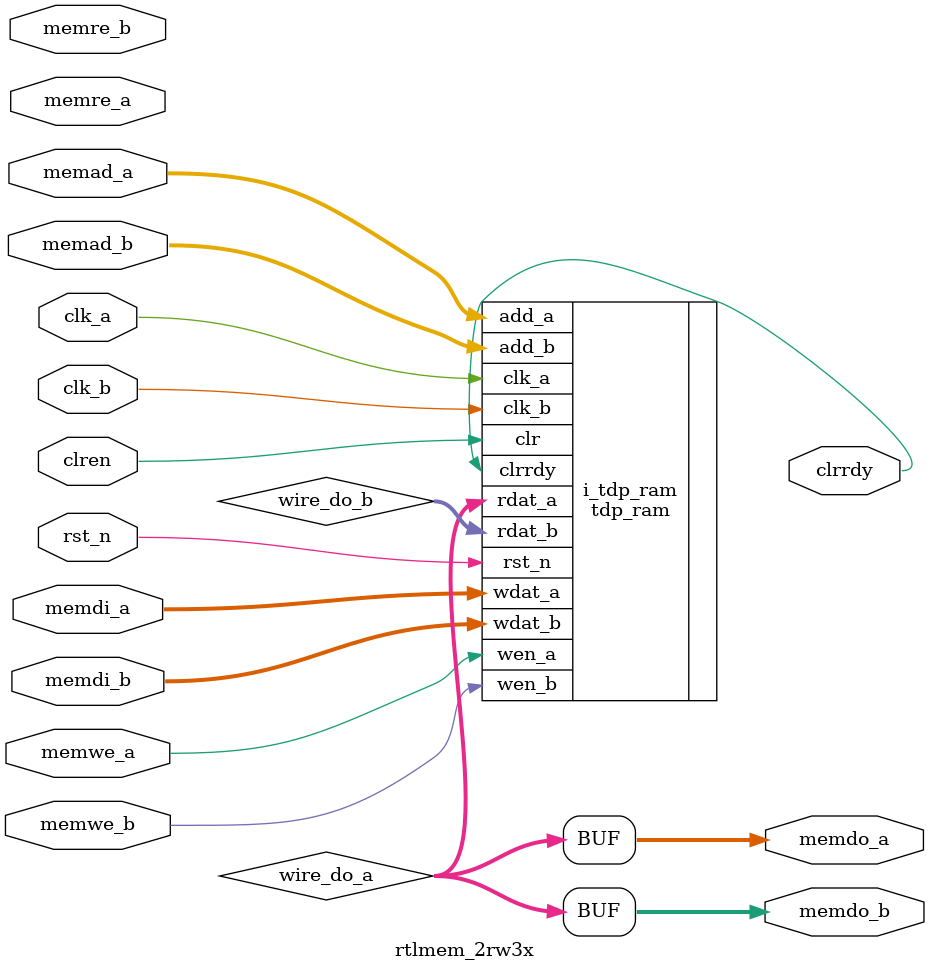
<source format=v>

module rtlmem_2rw3x
    (
     clk_a,
     rst_n,

     // Clear content RAM
     clren,
     clrrdy,

     // Memory port A interface
     memad_a,
     memwe_a,
     memdi_a,
     memre_a,
     memdo_a,

     // Memory port B interface
     clk_b,
     memad_b,
     memwe_b,
     memdi_b,
     memre_b,
     memdo_b
     );

////////////////////////////////////////////////////////////////////////////////
// Parameter declarations
parameter G_TYPE        = "BLOCK";
parameter G_ADDR_A      = 10;
parameter G_WIDTH_A     = 16;
parameter G_DEPTH_A     = 2**G_ADDR_A;
parameter G_ADDR_B      = G_ADDR_A;
parameter G_WIDTH_B     = G_WIDTH_A;
parameter G_DEPTH_B     = G_DEPTH_A;
parameter G_RST_VAL     = {G_WIDTH_A{1'b0}};
parameter G_COMMONCLK   = 0;

// Xilinx's Attribute
parameter X_ALGORITHM   = 1;            // 0: fixed primitive, 1: Minimum area, 2: low power
parameter X_PRIM_TYPE   = 1;            // 0: 1x16k, 1: 2x8k, 2: 4x4k, 3: 9x2k, 4: 18x1k, 5: 36x512, 6: 72x512

// Altera's Attribute
parameter A_MAXDEPTH    = 0;            // 0 (auto), 128, 256, 512, 1024, 2048, 4096
parameter A_BRAM_TYPE   = "AUTO";       // AUTO, M512, M4K, M-RAM, MLAB, M9K, M144K, M10K, M20K, LC
parameter A_INIT_FILE   = "UNUSED";

////////////////////////////////////////////////////////////////////////////////
// Port declarations
input                   clk_a;
input                   rst_n;

// Clear content RAM
input                   clren;
output                  clrrdy;

// Memory port A interface
input [G_ADDR_A-1:0]    memad_a;
input                   memwe_a;
input [G_WIDTH_A-1:0]   memdi_a;
input                   memre_a;
output [G_WIDTH_A-1:0]  memdo_a;

// Memory port B interface
input                   clk_b;
input [G_ADDR_B-1:0]    memad_b;
input                   memwe_b;
input [G_WIDTH_B-1:0]   memdi_b;
input                   memre_b;
output [G_WIDTH_B-1:0]  memdo_b;

////////////////////////////////////////////////////////////////////////////////
// Local logic and instantiation
wire [G_WIDTH_A-1:0]    wire_do_a;
wire [G_WIDTH_B-1:0]    wire_do_b;

`ifdef RTL_MEM_SIM
reg                     memre_a1, memre_a2, memre_a3;
always @(posedge clk_a)
    begin
    if (!rst_n) {memre_a1, memre_a2, memre_a3} <= 3'b000;
    else        {memre_a1, memre_a2, memre_a3} <= {memre_a, memre_a1, memre_a2};
    end

assign memdo_a = memre_a3 ? wire_do_a : {G_WIDTH_A{1'b0}};

reg                     memre_b1, memre_b2, memre_b3;
always @(posedge clk_b)
    begin
    if (!rst_n) {memre_b1, memre_b2, memre_b3} <= 3'b000;
    else        {memre_b1, memre_b2, memre_b3} <= {memre_b, memre_b1, memre_b2};
    end

assign memdo_b = memre_b3 ? wire_do_b : {G_WIDTH_B{1'b0}};
`else
assign memdo_a = wire_do_a;
assign memdo_b = wire_do_a;
`endif

tdp_ram
    #(
      .G_TYPE           (G_TYPE),
      .G_ADDR_A         (G_ADDR_A),
      .G_WIDTH_A        (G_WIDTH_A),
      .G_DEPTH_A        (G_DEPTH_A),
      .G_ADDR_B         (G_ADDR_B),
      .G_WIDTH_B        (G_WIDTH_B),
      .G_DEPTH_B        (G_DEPTH_B),
      .G_RST_VAL        (G_RST_VAL),
      .G_PIPELINE       (3),
      .G_COMMONCLK      (G_COMMONCLK),

      .X_ALGORITHM      (X_ALGORITHM),
      .X_PRIM_TYPE      (X_PRIM_TYPE),
      .X_WR_MODE        ("WRITE_FIRST"),
      
      .A_WR_MODE        ("NEW_DATA_NO_NBE_READ"),
      .A_MAXDEPTH       (A_MAXDEPTH),
      .A_BRAM_TYPE      (A_BRAM_TYPE),
      .A_INIT_FILE      (A_INIT_FILE)
      )
i_tdp_ram
    (
     .clk_a             (clk_a),
     .rst_n             (rst_n),
     .clr               (clren),
     .clrrdy            (clrrdy),
     .wen_a             (memwe_a),
     .add_a             (memad_a),
     .wdat_a            (memdi_a),
     .rdat_a            (wire_do_a),    // clk 3
     
     .clk_b             (clk_b),
     .wen_b             (memwe_b),
     .add_b             (memad_b),
     .wdat_b            (memdi_b),
     .rdat_b            (wire_do_b)     // clk 3
     );

endmodule 

</source>
